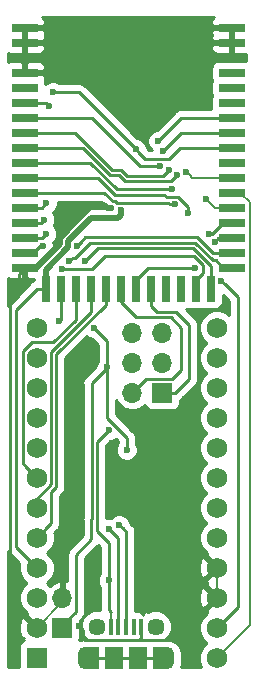
<source format=gbr>
G04 #@! TF.GenerationSoftware,KiCad,Pcbnew,(5.0.0)*
G04 #@! TF.CreationDate,2020-04-23T13:12:55-06:00*
G04 #@! TF.ProjectId,EByte_E73,45427974655F4537332E6B696361645F,rev?*
G04 #@! TF.SameCoordinates,Original*
G04 #@! TF.FileFunction,Copper,L1,Top,Signal*
G04 #@! TF.FilePolarity,Positive*
%FSLAX46Y46*%
G04 Gerber Fmt 4.6, Leading zero omitted, Abs format (unit mm)*
G04 Created by KiCad (PCBNEW (5.0.0)) date 04/23/20 13:12:55*
%MOMM*%
%LPD*%
G01*
G04 APERTURE LIST*
G04 #@! TA.AperFunction,ComponentPad*
%ADD10R,1.752600X1.752600*%
G04 #@! TD*
G04 #@! TA.AperFunction,ComponentPad*
%ADD11C,1.752600*%
G04 #@! TD*
G04 #@! TA.AperFunction,SMDPad,CuDef*
%ADD12R,0.720000X2.200000*%
G04 #@! TD*
G04 #@! TA.AperFunction,SMDPad,CuDef*
%ADD13R,2.200000X0.720000*%
G04 #@! TD*
G04 #@! TA.AperFunction,SMDPad,CuDef*
%ADD14R,1.500000X1.900000*%
G04 #@! TD*
G04 #@! TA.AperFunction,ComponentPad*
%ADD15C,1.450000*%
G04 #@! TD*
G04 #@! TA.AperFunction,SMDPad,CuDef*
%ADD16R,0.400000X1.350000*%
G04 #@! TD*
G04 #@! TA.AperFunction,ComponentPad*
%ADD17O,1.200000X1.900000*%
G04 #@! TD*
G04 #@! TA.AperFunction,SMDPad,CuDef*
%ADD18R,1.200000X1.900000*%
G04 #@! TD*
G04 #@! TA.AperFunction,ComponentPad*
%ADD19R,1.700000X1.700000*%
G04 #@! TD*
G04 #@! TA.AperFunction,ComponentPad*
%ADD20O,1.700000X1.700000*%
G04 #@! TD*
G04 #@! TA.AperFunction,ViaPad*
%ADD21C,0.600000*%
G04 #@! TD*
G04 #@! TA.AperFunction,Conductor*
%ADD22C,0.250000*%
G04 #@! TD*
G04 #@! TA.AperFunction,Conductor*
%ADD23C,0.200000*%
G04 #@! TD*
G04 #@! TA.AperFunction,Conductor*
%ADD24C,0.500000*%
G04 #@! TD*
G04 #@! TA.AperFunction,Conductor*
%ADD25C,0.254000*%
G04 #@! TD*
G04 APERTURE END LIST*
D10*
G04 #@! TO.P,U2,1*
G04 #@! TO.N,Net-(R7-Pad2)*
X101600000Y-152146000D03*
D11*
G04 #@! TO.P,U2,2*
G04 #@! TO.N,GND*
X101600000Y-149606000D03*
G04 #@! TO.P,U2,3*
G04 #@! TO.N,RESET*
X101600000Y-147066000D03*
G04 #@! TO.P,U2,4*
G04 #@! TO.N,VCC*
X101600000Y-144526000D03*
G04 #@! TO.P,U2,5*
G04 #@! TO.N,/P0.05*
X101600000Y-141986000D03*
G04 #@! TO.P,U2,6*
G04 #@! TO.N,/P0.04*
X101600000Y-139446000D03*
G04 #@! TO.P,U2,7*
G04 #@! TO.N,/P0.03*
X101600000Y-136906000D03*
G04 #@! TO.P,U2,8*
G04 #@! TO.N,/P0.02*
X101600000Y-134366000D03*
G04 #@! TO.P,U2,9*
G04 #@! TO.N,SCK*
X101600000Y-131826000D03*
G04 #@! TO.P,U2,10*
G04 #@! TO.N,MISO*
X101600000Y-129286000D03*
G04 #@! TO.P,U2,11*
G04 #@! TO.N,MOSI*
X101600000Y-126746000D03*
G04 #@! TO.P,U2,12*
G04 #@! TO.N,/P0.11*
X101600000Y-124206000D03*
G04 #@! TO.P,U2,24*
G04 #@! TO.N,/P0.16*
X116840000Y-124206000D03*
G04 #@! TO.P,U2,23*
G04 #@! TO.N,/P0.15*
X116840000Y-126746000D03*
G04 #@! TO.P,U2,22*
G04 #@! TO.N,/P0.30*
X116840000Y-129286000D03*
G04 #@! TO.P,U2,21*
G04 #@! TO.N,/P0.29*
X116840000Y-131826000D03*
G04 #@! TO.P,U2,20*
G04 #@! TO.N,/P0.28*
X116840000Y-134366000D03*
G04 #@! TO.P,U2,19*
G04 #@! TO.N,/P0.27*
X116840000Y-136906000D03*
G04 #@! TO.P,U2,18*
G04 #@! TO.N,SCL*
X116840000Y-139446000D03*
G04 #@! TO.P,U2,17*
G04 #@! TO.N,SDA*
X116840000Y-141986000D03*
G04 #@! TO.P,U2,16*
G04 #@! TO.N,GND*
X116840000Y-144526000D03*
G04 #@! TO.P,U2,15*
X116840000Y-147066000D03*
G04 #@! TO.P,U2,14*
G04 #@! TO.N,/P0.07*
X116840000Y-149606000D03*
G04 #@! TO.P,U2,13*
G04 #@! TO.N,SWO*
X116840000Y-152146000D03*
G04 #@! TD*
D12*
G04 #@! TO.P,U1,27*
G04 #@! TO.N,SCK*
X116332000Y-120904000D03*
G04 #@! TO.P,U1,26*
G04 #@! TO.N,/P0.11*
X115062000Y-120904000D03*
G04 #@! TO.P,U1,25*
G04 #@! TO.N,N/C*
X113792000Y-120904000D03*
G04 #@! TO.P,U1,24*
X112522000Y-120904000D03*
G04 #@! TO.P,U1,23*
G04 #@! TO.N,RXD*
X111252000Y-120904000D03*
G04 #@! TO.P,U1,22*
G04 #@! TO.N,/P0.07*
X109982000Y-120904000D03*
G04 #@! TO.P,U1,21*
G04 #@! TO.N,TXD*
X108712000Y-120904000D03*
G04 #@! TO.P,U1,20*
G04 #@! TO.N,/P0.05*
X107442000Y-120904000D03*
G04 #@! TO.P,U1,19*
G04 #@! TO.N,/P0.04*
X106172000Y-120904000D03*
G04 #@! TO.P,U1,18*
G04 #@! TO.N,/P0.03*
X104902000Y-120904000D03*
G04 #@! TO.P,U1,17*
G04 #@! TO.N,/P0.02*
X103632000Y-120904000D03*
G04 #@! TO.P,U1,16*
G04 #@! TO.N,VCC*
X102362000Y-120904000D03*
D13*
G04 #@! TO.P,U1,28*
G04 #@! TO.N,MOSI*
X118110000Y-119126000D03*
G04 #@! TO.P,U1,29*
G04 #@! TO.N,MISO*
X118110000Y-117856000D03*
G04 #@! TO.P,U1,30*
G04 #@! TO.N,/P0.15*
X118110000Y-116586000D03*
G04 #@! TO.P,U1,31*
G04 #@! TO.N,/P0.16*
X118110000Y-115316000D03*
G04 #@! TO.P,U1,32*
G04 #@! TO.N,/LED1*
X118110000Y-114046000D03*
G04 #@! TO.P,U1,33*
G04 #@! TO.N,SWO*
X118110000Y-112776000D03*
G04 #@! TO.P,U1,34*
G04 #@! TO.N,/LED2*
X118110000Y-111506000D03*
G04 #@! TO.P,U1,35*
G04 #@! TO.N,N/C*
X118110000Y-110236000D03*
G04 #@! TO.P,U1,36*
G04 #@! TO.N,RESET*
X118110000Y-108966000D03*
G04 #@! TO.P,U1,37*
G04 #@! TO.N,SWDCLK*
X118110000Y-107696000D03*
G04 #@! TO.P,U1,38*
G04 #@! TO.N,SWDIO*
X118110000Y-106426000D03*
G04 #@! TO.P,U1,39*
G04 #@! TO.N,N/C*
X118110000Y-105156000D03*
G04 #@! TO.P,U1,40*
X118110000Y-103886000D03*
G04 #@! TO.P,U1,41*
X118110000Y-102616000D03*
G04 #@! TO.P,U1,42*
G04 #@! TO.N,GND*
X118110000Y-100076000D03*
G04 #@! TO.P,U1,43*
X118110000Y-98806000D03*
G04 #@! TO.P,U1,0*
X100584000Y-98806000D03*
G04 #@! TO.P,U1,1*
X100584000Y-100076000D03*
G04 #@! TO.P,U1,2*
X100584000Y-102616000D03*
G04 #@! TO.P,U1,3*
G04 #@! TO.N,N/C*
X100584000Y-103886000D03*
G04 #@! TO.P,U1,4*
G04 #@! TO.N,Net-(C4-Pad1)*
X100584000Y-105156000D03*
G04 #@! TO.P,U1,5*
G04 #@! TO.N,SDA*
X100584000Y-106426000D03*
G04 #@! TO.P,U1,6*
G04 #@! TO.N,SCL*
X100584000Y-107696000D03*
G04 #@! TO.P,U1,7*
G04 #@! TO.N,/P0.27*
X100584000Y-108966000D03*
G04 #@! TO.P,U1,8*
G04 #@! TO.N,/P0.28*
X100584000Y-110236000D03*
G04 #@! TO.P,U1,9*
G04 #@! TO.N,/P0.29*
X100584000Y-111506000D03*
G04 #@! TO.P,U1,10*
G04 #@! TO.N,/P0.30*
X100584000Y-112776000D03*
G04 #@! TO.P,U1,11*
G04 #@! TO.N,/P0.31*
X100584000Y-114046000D03*
G04 #@! TO.P,U1,12*
G04 #@! TO.N,Net-(C1-Pad1)*
X100584000Y-115316000D03*
G04 #@! TO.P,U1,13*
G04 #@! TO.N,Net-(L1-Pad2)*
X100584000Y-116586000D03*
G04 #@! TO.P,U1,14*
G04 #@! TO.N,Net-(C2-Pad1)*
X100584000Y-117856000D03*
G04 #@! TO.P,U1,15*
G04 #@! TO.N,GND*
X100584000Y-119126000D03*
G04 #@! TD*
D14*
G04 #@! TO.P,J1,6*
G04 #@! TO.N,Net-(J1-Pad6)*
X110169200Y-152208980D03*
D15*
X106669200Y-149508980D03*
D16*
G04 #@! TO.P,J1,2*
G04 #@! TO.N,/Data-*
X108519200Y-149508980D03*
G04 #@! TO.P,J1,1*
G04 #@! TO.N,/VBus*
X107869200Y-149508980D03*
G04 #@! TO.P,J1,5*
G04 #@! TO.N,GND*
X110469200Y-149508980D03*
G04 #@! TO.P,J1,4*
G04 #@! TO.N,N/C*
X109819200Y-149508980D03*
G04 #@! TO.P,J1,3*
G04 #@! TO.N,/Data+*
X109169200Y-149508980D03*
D15*
G04 #@! TO.P,J1,6*
G04 #@! TO.N,Net-(J1-Pad6)*
X111669200Y-149508980D03*
D14*
X108169200Y-152208980D03*
D17*
X105669200Y-152208980D03*
X112669200Y-152208980D03*
D18*
X112069200Y-152208980D03*
X106269200Y-152208980D03*
G04 #@! TD*
D19*
G04 #@! TO.P,J3,1*
G04 #@! TO.N,/VBatt*
X103759000Y-149606000D03*
D20*
G04 #@! TO.P,J3,2*
G04 #@! TO.N,GND*
X103759000Y-147066000D03*
G04 #@! TD*
D19*
G04 #@! TO.P,J2,1*
G04 #@! TO.N,RXD*
X112229900Y-129715260D03*
D20*
G04 #@! TO.P,J2,2*
G04 #@! TO.N,TXD*
X109689900Y-129715260D03*
G04 #@! TO.P,J2,3*
G04 #@! TO.N,VCC*
X112229900Y-127175260D03*
G04 #@! TO.P,J2,4*
G04 #@! TO.N,GND*
X109689900Y-127175260D03*
G04 #@! TO.P,J2,5*
G04 #@! TO.N,SWDCLK*
X112229900Y-124635260D03*
G04 #@! TO.P,J2,6*
G04 #@! TO.N,SWDIO*
X109689900Y-124635260D03*
G04 #@! TD*
D21*
G04 #@! TO.N,GND*
X101036120Y-120291860D03*
X103124000Y-100076000D03*
X102362000Y-100076000D03*
X109474000Y-100076000D03*
X116078000Y-100076000D03*
X116078000Y-98806000D03*
X109474000Y-98806000D03*
X103124000Y-98806000D03*
X102362000Y-98806000D03*
X105219500Y-149479000D03*
X105156000Y-138620500D03*
X107886504Y-114109500D03*
X103124000Y-102743000D03*
G04 #@! TO.N,Net-(C1-Pad1)*
X102235000Y-115062000D03*
G04 #@! TO.N,Net-(C2-Pad1)*
X102144164Y-117310340D03*
G04 #@! TO.N,VCC*
X108775500Y-114236500D03*
G04 #@! TO.N,SWDIO*
X111887000Y-108394500D03*
G04 #@! TO.N,RESET*
X109982000Y-109093000D03*
X102997000Y-104267000D03*
G04 #@! TO.N,SWDCLK*
X112268000Y-109283500D03*
G04 #@! TO.N,Net-(L1-Pad2)*
X102402640Y-116265960D03*
G04 #@! TO.N,SCK*
X105671708Y-118579336D03*
G04 #@! TO.N,/P0.11*
X103740379Y-119196281D03*
G04 #@! TO.N,/P0.02*
X103525320Y-123639580D03*
G04 #@! TO.N,MOSI*
X104365728Y-118588588D03*
G04 #@! TO.N,MISO*
X105008691Y-117248951D03*
G04 #@! TO.N,/P0.15*
X116682210Y-116926346D03*
G04 #@! TO.N,/P0.16*
X116220410Y-116273078D03*
G04 #@! TO.N,SDA*
X112005795Y-110533512D03*
G04 #@! TO.N,SCL*
X112760760Y-110881160D03*
G04 #@! TO.N,/P0.27*
X113473708Y-111302678D03*
G04 #@! TO.N,/P0.28*
X113046387Y-112501842D03*
G04 #@! TO.N,/P0.29*
X114438623Y-114513360D03*
G04 #@! TO.N,/P0.30*
X113286055Y-113772011D03*
G04 #@! TO.N,/P0.07*
X117224186Y-120241060D03*
X115008660Y-119156480D03*
G04 #@! TO.N,Net-(C4-Pad1)*
X102616000Y-105410000D03*
G04 #@! TO.N,/Data-*
X107693449Y-141221449D03*
G04 #@! TO.N,/VBus*
X107696002Y-145605500D03*
X107696000Y-132905500D03*
G04 #@! TO.N,/Data+*
X108585000Y-140906498D03*
G04 #@! TO.N,/VBatt*
X109220000Y-134556500D03*
X107569000Y-127571500D03*
X106426000Y-124206000D03*
G04 #@! TO.N,/P0.31*
X102425500Y-113665000D03*
G04 #@! TO.N,/LED2*
X114236500Y-110998000D03*
G04 #@! TO.N,/LED1*
X115951000Y-113284000D03*
G04 #@! TD*
D22*
G04 #@! TO.N,GND*
X100584000Y-119126000D02*
X100584000Y-119839740D01*
X100584000Y-119839740D02*
X101036120Y-120291860D01*
X116746020Y-144432020D02*
X116840000Y-144526000D01*
X116467500Y-144153500D02*
X116840000Y-144526000D01*
X100584000Y-100076000D02*
X102362000Y-100076000D01*
X109474000Y-100076000D02*
X103124000Y-100076000D01*
X118110000Y-100076000D02*
X116078000Y-100076000D01*
X116078000Y-98806000D02*
X118110000Y-98806000D01*
X103124000Y-98806000D02*
X109474000Y-98806000D01*
X100584000Y-98806000D02*
X102362000Y-98806000D01*
X100584000Y-100076000D02*
X100584000Y-102616000D01*
X100584000Y-98806000D02*
X100584000Y-100076000D01*
X118110000Y-100076000D02*
X118110000Y-98806000D01*
X117370000Y-100076000D02*
X118110000Y-100076000D01*
D23*
X116395500Y-144081500D02*
X116840000Y-144526000D01*
X116840000Y-147066000D02*
X116840000Y-145826725D01*
X116840000Y-145826725D02*
X116840000Y-144526000D01*
D22*
X110469200Y-150433980D02*
X110469200Y-149508980D01*
X110281180Y-150622000D02*
X110469200Y-150433980D01*
X110469200Y-149508980D02*
X110469200Y-149172140D01*
X113284000Y-150622000D02*
X116840000Y-147066000D01*
X110281180Y-150622000D02*
X113284000Y-150622000D01*
D23*
X109689900Y-127800100D02*
X109689900Y-127175260D01*
X103759000Y-147447000D02*
X103759000Y-147066000D01*
X101600000Y-149606000D02*
X103759000Y-147447000D01*
D22*
X100584000Y-119126000D02*
X100076000Y-119634000D01*
X99314000Y-122174000D02*
X99314000Y-147320000D01*
X100076000Y-121412000D02*
X99314000Y-122174000D01*
X100076000Y-119634000D02*
X100076000Y-121412000D01*
X99314000Y-147320000D02*
X101600000Y-149606000D01*
D23*
X103949500Y-147066000D02*
X103759000Y-147066000D01*
D22*
X105727500Y-150622000D02*
X110281180Y-150622000D01*
X105537000Y-150431500D02*
X105727500Y-150622000D01*
X105219500Y-149479000D02*
X105537000Y-149796500D01*
X105537000Y-149796500D02*
X105537000Y-150431500D01*
X103759000Y-147066000D02*
X103759000Y-140017500D01*
X103759000Y-140017500D02*
X105156000Y-138620500D01*
D24*
X101539040Y-119126000D02*
X103545640Y-117119400D01*
X100584000Y-119126000D02*
X101539040Y-119126000D01*
X107525736Y-114109500D02*
X107886504Y-114109500D01*
X103545640Y-117119400D02*
X103545640Y-116574078D01*
X106807000Y-113855500D02*
X107271736Y-113855500D01*
X107271736Y-113855500D02*
X107525736Y-114109500D01*
X103545640Y-116574078D02*
X106264218Y-113855500D01*
X106264218Y-113855500D02*
X106807000Y-113855500D01*
D22*
X100584000Y-102616000D02*
X102997000Y-102616000D01*
X102997000Y-102616000D02*
X103124000Y-102743000D01*
G04 #@! TO.N,Net-(C1-Pad1)*
X100584000Y-115316000D02*
X101324000Y-115316000D01*
X101981000Y-115316000D02*
X102235000Y-115062000D01*
X100584000Y-115316000D02*
X101981000Y-115316000D01*
G04 #@! TO.N,Net-(C2-Pad1)*
X100584000Y-117856000D02*
X101324000Y-117856000D01*
X101934000Y-117246000D02*
X102079824Y-117246000D01*
X101324000Y-117856000D02*
X101934000Y-117246000D01*
X102079824Y-117246000D02*
X102144164Y-117310340D01*
G04 #@! TO.N,VCC*
X102362000Y-120904000D02*
X102362000Y-120164000D01*
X101854000Y-120904000D02*
X102362000Y-120904000D01*
X101600000Y-120904000D02*
X101854000Y-120904000D01*
X101600000Y-144526000D02*
X99822000Y-142748000D01*
X99822000Y-122682000D02*
X101600000Y-120904000D01*
X99822000Y-142748000D02*
X99822000Y-122682000D01*
D24*
X108775500Y-114660764D02*
X108775500Y-114236500D01*
X108513263Y-114923001D02*
X108775500Y-114660764D01*
X102362000Y-120904000D02*
X102362000Y-119293005D01*
X104245651Y-116881586D02*
X106204236Y-114923001D01*
X104245651Y-117409354D02*
X104245651Y-116881586D01*
X106204236Y-114923001D02*
X108513263Y-114923001D01*
X102362000Y-119293005D02*
X104245651Y-117409354D01*
D22*
G04 #@! TO.N,SWDIO*
X113855500Y-106426000D02*
X118110000Y-106426000D01*
X111887000Y-108394500D02*
X113855500Y-106426000D01*
D23*
G04 #@! TO.N,RESET*
X101926000Y-146740000D02*
X101600000Y-147066000D01*
D22*
X110281999Y-109392999D02*
X109982000Y-109093000D01*
X112758502Y-109908502D02*
X110797502Y-109908502D01*
X113701004Y-108966000D02*
X112758502Y-109908502D01*
X110797502Y-109908502D02*
X110281999Y-109392999D01*
X118110000Y-108966000D02*
X113701004Y-108966000D01*
X109982000Y-109093000D02*
X105156000Y-104267000D01*
X105156000Y-104267000D02*
X102997000Y-104267000D01*
G04 #@! TO.N,SWDCLK*
X118110000Y-107696000D02*
X113855500Y-107696000D01*
X112567999Y-108983501D02*
X112268000Y-109283500D01*
X113855500Y-107696000D02*
X112567999Y-108983501D01*
G04 #@! TO.N,Net-(L1-Pad2)*
X100584000Y-116586000D02*
X102082600Y-116586000D01*
X102082600Y-116586000D02*
X102402640Y-116265960D01*
X100584000Y-116586000D02*
X101324000Y-116586000D01*
G04 #@! TO.N,SCK*
X116332000Y-120904000D02*
X116332000Y-121644000D01*
X116332000Y-120904000D02*
X116332000Y-118946347D01*
X105971707Y-118279337D02*
X105671708Y-118579336D01*
X106802001Y-117449043D02*
X105971707Y-118279337D01*
X116332000Y-118946347D02*
X114834696Y-117449043D01*
X114834696Y-117449043D02*
X106802001Y-117449043D01*
G04 #@! TO.N,/P0.11*
X104164643Y-119196281D02*
X103740379Y-119196281D01*
X115672000Y-118922758D02*
X114887182Y-118137940D01*
X115672000Y-119554000D02*
X115672000Y-118922758D01*
X115062000Y-120904000D02*
X115062000Y-120164000D01*
X106311981Y-119225221D02*
X104193583Y-119225221D01*
X114887182Y-118137940D02*
X107399262Y-118137940D01*
X104193583Y-119225221D02*
X104164643Y-119196281D01*
X115062000Y-120164000D02*
X115672000Y-119554000D01*
X107399262Y-118137940D02*
X106311981Y-119225221D01*
X115062000Y-120904000D02*
X115062000Y-121644000D01*
G04 #@! TO.N,RXD*
X111188500Y-121580500D02*
X111252000Y-121644000D01*
X111252000Y-120904000D02*
X111188500Y-120967500D01*
X111188500Y-120967500D02*
X111188500Y-121580500D01*
X113329900Y-129715260D02*
X112229900Y-129715260D01*
X114490500Y-128554660D02*
X113329900Y-129715260D01*
X114490500Y-123952000D02*
X114490500Y-128554660D01*
X111252000Y-120904000D02*
X111442500Y-120904000D01*
X111252000Y-121094500D02*
X111252000Y-122364500D01*
X111252000Y-122364500D02*
X111760000Y-122872500D01*
X111442500Y-120904000D02*
X111252000Y-121094500D01*
X111760000Y-122872500D02*
X113411000Y-122872500D01*
X113411000Y-122872500D02*
X114490500Y-123952000D01*
G04 #@! TO.N,TXD*
X108712000Y-120904000D02*
X108712000Y-121644000D01*
X108712000Y-120904000D02*
X108712000Y-120164000D01*
X108712000Y-122047000D02*
X108712000Y-120904000D01*
X109987510Y-123322510D02*
X108712000Y-122047000D01*
X110864901Y-128540259D02*
X113077241Y-128540259D01*
X109689900Y-129715260D02*
X110864901Y-128540259D01*
X113077241Y-128540259D02*
X113855500Y-127762000D01*
X113855500Y-127762000D02*
X113855500Y-124206000D01*
X113855500Y-124206000D02*
X112972010Y-123322510D01*
X112972010Y-123322510D02*
X109987510Y-123322510D01*
G04 #@! TO.N,/P0.05*
X102476299Y-141109701D02*
X101600000Y-141986000D01*
X102809978Y-138110359D02*
X102809978Y-140776022D01*
X107442000Y-122254000D02*
X103251312Y-126444688D01*
X102809978Y-140776022D02*
X102476299Y-141109701D01*
X103251312Y-126444688D02*
X103251312Y-137669025D01*
X103251312Y-137669025D02*
X102809978Y-138110359D01*
X107442000Y-120904000D02*
X107442000Y-122254000D01*
G04 #@! TO.N,/P0.04*
X106172000Y-120904000D02*
X106172000Y-122887589D01*
X106172000Y-122887589D02*
X102801301Y-126258288D01*
X102801301Y-126258288D02*
X102801301Y-137482625D01*
X101600000Y-138683926D02*
X101600000Y-139446000D01*
X102801301Y-137482625D02*
X101600000Y-138683926D01*
G04 #@! TO.N,/P0.03*
X104902000Y-120904000D02*
X104902000Y-123521178D01*
X100723701Y-136029701D02*
X101600000Y-136906000D01*
X104902000Y-123521178D02*
X103015877Y-125407301D01*
X100398699Y-135704699D02*
X100723701Y-136029701D01*
X103015877Y-125407301D02*
X101160773Y-125407301D01*
X101160773Y-125407301D02*
X100398699Y-126169375D01*
X100398699Y-126169375D02*
X100398699Y-135704699D01*
G04 #@! TO.N,/P0.02*
X103632000Y-120904000D02*
X103632000Y-123532900D01*
X103632000Y-123532900D02*
X103525320Y-123639580D01*
X103632000Y-120904000D02*
X103632000Y-121644000D01*
G04 #@! TO.N,MOSI*
X106142508Y-116999032D02*
X104852951Y-118288589D01*
X104852951Y-118288589D02*
X104665727Y-118288589D01*
X117370000Y-119126000D02*
X116760000Y-118516000D01*
X116538065Y-118516000D02*
X115021097Y-116999032D01*
X104665727Y-118288589D02*
X104365728Y-118588588D01*
X118110000Y-119126000D02*
X117370000Y-119126000D01*
X116760000Y-118516000D02*
X116538065Y-118516000D01*
X115021097Y-116999032D02*
X106142508Y-116999032D01*
G04 #@! TO.N,MISO*
X101600000Y-129286000D02*
X102011480Y-128874520D01*
X105708616Y-116549026D02*
X105308690Y-116948952D01*
X105308690Y-116948952D02*
X105008691Y-117248951D01*
X116514475Y-117856000D02*
X115207501Y-116549026D01*
X115207501Y-116549026D02*
X105708616Y-116549026D01*
X118110000Y-117856000D02*
X116514475Y-117856000D01*
G04 #@! TO.N,/P0.15*
X117022556Y-116586000D02*
X116982209Y-116626347D01*
X116982209Y-116626347D02*
X116682210Y-116926346D01*
X118110000Y-116586000D02*
X117022556Y-116586000D01*
G04 #@! TO.N,/P0.16*
X116412922Y-116273078D02*
X116220410Y-116273078D01*
X118110000Y-115316000D02*
X117370000Y-115316000D01*
X117370000Y-115316000D02*
X116412922Y-116273078D01*
G04 #@! TO.N,SDA*
X110370510Y-110533512D02*
X111581531Y-110533512D01*
X100584000Y-106426000D02*
X106262998Y-106426000D01*
X111581531Y-110533512D02*
X112005795Y-110533512D01*
X106262998Y-106426000D02*
X110370510Y-110533512D01*
G04 #@! TO.N,SCL*
X112299141Y-111342779D02*
X112460761Y-111181159D01*
X112460761Y-111181159D02*
X112760760Y-110881160D01*
X107979799Y-110814034D02*
X108751685Y-110814034D01*
X109280430Y-111342779D02*
X112299141Y-111342779D01*
X108751685Y-110814034D02*
X109280430Y-111342779D01*
X100584000Y-107696000D02*
X104861765Y-107696000D01*
X104861765Y-107696000D02*
X107979799Y-110814034D01*
G04 #@! TO.N,/P0.27*
X100584000Y-108966000D02*
X105495354Y-108966000D01*
X113173709Y-111602677D02*
X113473708Y-111302678D01*
X112983596Y-111792790D02*
X113173709Y-111602677D01*
X108565285Y-111264045D02*
X109094030Y-111792790D01*
X107793399Y-111264045D02*
X108565285Y-111264045D01*
X109094030Y-111792790D02*
X112983596Y-111792790D01*
X105495354Y-108966000D02*
X107793399Y-111264045D01*
G04 #@! TO.N,/P0.28*
X106128943Y-110236000D02*
X108373334Y-112480391D01*
X112622123Y-112501842D02*
X113046387Y-112501842D01*
X108373334Y-112480391D02*
X112600672Y-112480391D01*
X100584000Y-110236000D02*
X106128943Y-110236000D01*
X112600672Y-112480391D02*
X112622123Y-112501842D01*
G04 #@! TO.N,/P0.29*
X106762533Y-111506000D02*
X108186934Y-112930401D01*
X114438623Y-113999575D02*
X114438623Y-114089096D01*
X112386400Y-112930402D02*
X112603007Y-113147009D01*
X100584000Y-111506000D02*
X106762533Y-111506000D01*
X114438623Y-114089096D02*
X114438623Y-114513360D01*
X113586057Y-113147009D02*
X114438623Y-113999575D01*
X112603007Y-113147009D02*
X113586057Y-113147009D01*
X108186934Y-112930401D02*
X112386400Y-112930402D01*
G04 #@! TO.N,/P0.30*
X107322500Y-112776000D02*
X108030999Y-113484499D01*
X108377001Y-113611499D02*
X112701279Y-113611499D01*
X112701279Y-113611499D02*
X112861791Y-113772011D01*
X108250001Y-113484499D02*
X108377001Y-113611499D01*
X112861791Y-113772011D02*
X113286055Y-113772011D01*
X100584000Y-112776000D02*
X107322500Y-112776000D01*
X108030999Y-113484499D02*
X108250001Y-113484499D01*
G04 #@! TO.N,/P0.07*
X117524185Y-120541059D02*
X117224186Y-120241060D01*
X118629989Y-121646863D02*
X117524185Y-120541059D01*
X116840000Y-149606000D02*
X118629989Y-147816011D01*
X118629989Y-147816011D02*
X118629989Y-121646863D01*
X114584396Y-119156480D02*
X115008660Y-119156480D01*
X109982000Y-120164000D02*
X110989520Y-119156480D01*
X109982000Y-120904000D02*
X109982000Y-120164000D01*
X110989520Y-119156480D02*
X114584396Y-119156480D01*
G04 #@! TO.N,Net-(C4-Pad1)*
X100584000Y-105156000D02*
X101975920Y-105156000D01*
X101975920Y-105156000D02*
X102362000Y-105156000D01*
X102362000Y-105156000D02*
X102616000Y-105410000D01*
G04 #@! TO.N,Net-(J1-Pad6)*
X112069200Y-149908980D02*
X111669200Y-149508980D01*
X110169200Y-152208980D02*
X112669200Y-152208980D01*
X108169200Y-152208980D02*
X110169200Y-152208980D01*
X108169200Y-152208980D02*
X105669200Y-152208980D01*
D23*
G04 #@! TO.N,/Data-*
X108566121Y-149462059D02*
X108519200Y-149508980D01*
X108519200Y-149508980D02*
X108519200Y-148481185D01*
D22*
X108519200Y-148272500D02*
X108519200Y-149508980D01*
X108519200Y-148481185D02*
X108519200Y-148272500D01*
X108519200Y-148272500D02*
X108519200Y-142047200D01*
X107993448Y-141521448D02*
X107693449Y-141221449D01*
X108519200Y-142047200D02*
X107993448Y-141521448D01*
G04 #@! TO.N,/VBus*
X107869200Y-149508980D02*
X107869200Y-149033980D01*
D23*
X107869200Y-149508980D02*
X107869200Y-148258302D01*
D22*
X107869200Y-148258302D02*
X107696002Y-148085104D01*
X107696002Y-146029764D02*
X107696002Y-145605500D01*
X107696002Y-148085104D02*
X107696002Y-146029764D01*
X107696002Y-145605500D02*
X107696002Y-142430502D01*
X107696002Y-142430502D02*
X106689999Y-141424499D01*
X106689999Y-133911501D02*
X107696000Y-132905500D01*
X106689999Y-141424499D02*
X106689999Y-133911501D01*
D23*
G04 #@! TO.N,/Data+*
X109169200Y-148793187D02*
X109169200Y-149508980D01*
D22*
X109169200Y-149508980D02*
X109169200Y-141490698D01*
X108884999Y-141206497D02*
X108585000Y-140906498D01*
X109169200Y-141490698D02*
X108884999Y-141206497D01*
G04 #@! TO.N,/VBatt*
X107569000Y-131853498D02*
X107569000Y-127571500D01*
X109220000Y-134556500D02*
X109220000Y-133504498D01*
X109220000Y-133504498D02*
X107569000Y-131853498D01*
X107269001Y-127871499D02*
X107569000Y-127571500D01*
X106239989Y-128900511D02*
X107269001Y-127871499D01*
X106239989Y-140394011D02*
X106239989Y-128900511D01*
X103759000Y-149415500D02*
X104934001Y-148240499D01*
X104934001Y-148240499D02*
X104934001Y-143414499D01*
X103759000Y-149606000D02*
X103759000Y-149415500D01*
X104934001Y-143414499D02*
X106235500Y-142113000D01*
X106235500Y-142113000D02*
X106235500Y-140398500D01*
X106235500Y-140398500D02*
X106239989Y-140394011D01*
X107569000Y-127571500D02*
X107569000Y-125349000D01*
X107569000Y-125349000D02*
X106426000Y-124206000D01*
G04 #@! TO.N,/P0.31*
X100584000Y-114046000D02*
X102044500Y-114046000D01*
X102044500Y-114046000D02*
X102425500Y-113665000D01*
D23*
G04 #@! TO.N,SWO*
X119634000Y-149352000D02*
X116840000Y-152146000D01*
X119634000Y-113569998D02*
X119634000Y-149352000D01*
X118110000Y-112776000D02*
X118840002Y-112776000D01*
X118840002Y-112776000D02*
X119634000Y-113569998D01*
G04 #@! TO.N,/LED2*
X114536499Y-111297999D02*
X114236500Y-110998000D01*
X114744500Y-111506000D02*
X114536499Y-111297999D01*
X118110000Y-111506000D02*
X114744500Y-111506000D01*
D22*
G04 #@! TO.N,/LED1*
X118110000Y-114046000D02*
X118926000Y-114046000D01*
D23*
X118110000Y-114046000D02*
X116713000Y-114046000D01*
X116713000Y-114046000D02*
X115951000Y-113284000D01*
G04 #@! TD*
D25*
G04 #@! TO.N,GND*
G36*
X117869990Y-121961666D02*
X117869990Y-123098689D01*
X117696083Y-122924782D01*
X117140616Y-122694700D01*
X116539384Y-122694700D01*
X115983917Y-122924782D01*
X115558782Y-123349917D01*
X115328700Y-123905384D01*
X115328700Y-124506616D01*
X115558782Y-125062083D01*
X115972699Y-125476000D01*
X115558782Y-125889917D01*
X115328700Y-126445384D01*
X115328700Y-127046616D01*
X115558782Y-127602083D01*
X115972699Y-128016000D01*
X115558782Y-128429917D01*
X115328700Y-128985384D01*
X115328700Y-129586616D01*
X115558782Y-130142083D01*
X115972699Y-130556000D01*
X115558782Y-130969917D01*
X115328700Y-131525384D01*
X115328700Y-132126616D01*
X115558782Y-132682083D01*
X115972699Y-133096000D01*
X115558782Y-133509917D01*
X115328700Y-134065384D01*
X115328700Y-134666616D01*
X115558782Y-135222083D01*
X115972699Y-135636000D01*
X115558782Y-136049917D01*
X115328700Y-136605384D01*
X115328700Y-137206616D01*
X115558782Y-137762083D01*
X115972699Y-138176000D01*
X115558782Y-138589917D01*
X115328700Y-139145384D01*
X115328700Y-139746616D01*
X115558782Y-140302083D01*
X115972699Y-140716000D01*
X115558782Y-141129917D01*
X115328700Y-141685384D01*
X115328700Y-142286616D01*
X115558782Y-142842083D01*
X115983917Y-143267218D01*
X116016520Y-143280722D01*
X115956604Y-143462999D01*
X116840000Y-144346395D01*
X116854143Y-144332253D01*
X117033748Y-144511858D01*
X117019605Y-144526000D01*
X117033748Y-144540143D01*
X116854143Y-144719748D01*
X116840000Y-144705605D01*
X115956604Y-145589001D01*
X116024646Y-145796000D01*
X115956604Y-146002999D01*
X116840000Y-146886395D01*
X116854143Y-146872253D01*
X117033748Y-147051858D01*
X117019605Y-147066000D01*
X117033748Y-147080143D01*
X116854143Y-147259748D01*
X116840000Y-147245605D01*
X115956604Y-148129001D01*
X116016520Y-148311278D01*
X115983917Y-148324782D01*
X115558782Y-148749917D01*
X115328700Y-149305384D01*
X115328700Y-149906616D01*
X115558782Y-150462083D01*
X115972699Y-150876000D01*
X115558782Y-151289917D01*
X115328700Y-151845384D01*
X115328700Y-152446616D01*
X115541351Y-152960000D01*
X113848627Y-152960000D01*
X113904200Y-152680615D01*
X113904200Y-151737344D01*
X113832544Y-151377107D01*
X113559585Y-150968595D01*
X113151072Y-150695636D01*
X112669200Y-150599785D01*
X112610104Y-150611540D01*
X112489970Y-150611540D01*
X112822152Y-150279358D01*
X113029200Y-149779501D01*
X113029200Y-149238459D01*
X112822152Y-148738602D01*
X112439578Y-148356028D01*
X111939721Y-148148980D01*
X111398679Y-148148980D01*
X111033491Y-148300246D01*
X111028898Y-148295653D01*
X110795509Y-148198980D01*
X110727950Y-148198980D01*
X110569200Y-148357730D01*
X110569200Y-148514144D01*
X110477009Y-148376171D01*
X110266965Y-148235823D01*
X110242408Y-148230938D01*
X110210450Y-148198980D01*
X110142891Y-148198980D01*
X110123053Y-148207197D01*
X110019200Y-148186540D01*
X109929200Y-148186540D01*
X109929200Y-146830997D01*
X115317118Y-146830997D01*
X115343109Y-147431668D01*
X115522973Y-147865896D01*
X115776999Y-147949396D01*
X116660395Y-147066000D01*
X115776999Y-146182604D01*
X115522973Y-146266104D01*
X115317118Y-146830997D01*
X109929200Y-146830997D01*
X109929200Y-144290997D01*
X115317118Y-144290997D01*
X115343109Y-144891668D01*
X115522973Y-145325896D01*
X115776999Y-145409396D01*
X116660395Y-144526000D01*
X115776999Y-143642604D01*
X115522973Y-143726104D01*
X115317118Y-144290997D01*
X109929200Y-144290997D01*
X109929200Y-141565545D01*
X109944088Y-141490698D01*
X109929200Y-141415851D01*
X109929200Y-141415846D01*
X109885104Y-141194161D01*
X109717129Y-140942769D01*
X109653670Y-140900367D01*
X109520000Y-140766697D01*
X109520000Y-140720515D01*
X109377655Y-140376863D01*
X109114635Y-140113843D01*
X108770983Y-139971498D01*
X108399017Y-139971498D01*
X108055365Y-140113843D01*
X107881785Y-140287423D01*
X107879432Y-140286449D01*
X107507466Y-140286449D01*
X107449999Y-140310253D01*
X107449999Y-134226302D01*
X107835802Y-133840500D01*
X107881983Y-133840500D01*
X108225635Y-133698155D01*
X108282245Y-133641545D01*
X108460001Y-133819301D01*
X108460001Y-133994209D01*
X108427345Y-134026865D01*
X108285000Y-134370517D01*
X108285000Y-134742483D01*
X108427345Y-135086135D01*
X108690365Y-135349155D01*
X109034017Y-135491500D01*
X109405983Y-135491500D01*
X109749635Y-135349155D01*
X110012655Y-135086135D01*
X110155000Y-134742483D01*
X110155000Y-134370517D01*
X110012655Y-134026865D01*
X109980000Y-133994210D01*
X109980000Y-133579346D01*
X109994888Y-133504498D01*
X109980000Y-133429650D01*
X109980000Y-133429646D01*
X109935904Y-133207961D01*
X109767929Y-132956569D01*
X109704473Y-132914169D01*
X108329000Y-131538697D01*
X108329000Y-130351458D01*
X108619275Y-130785885D01*
X109110482Y-131114099D01*
X109543644Y-131200260D01*
X109836156Y-131200260D01*
X110269318Y-131114099D01*
X110760525Y-130785885D01*
X110772716Y-130767641D01*
X110781743Y-130813025D01*
X110922091Y-131023069D01*
X111132135Y-131163417D01*
X111379900Y-131212700D01*
X113079900Y-131212700D01*
X113327665Y-131163417D01*
X113537709Y-131023069D01*
X113678057Y-130813025D01*
X113727340Y-130565260D01*
X113727340Y-130363743D01*
X113877829Y-130263189D01*
X113920231Y-130199730D01*
X114974973Y-129144989D01*
X115038429Y-129102589D01*
X115206404Y-128851197D01*
X115250500Y-128629512D01*
X115250500Y-128629508D01*
X115265388Y-128554661D01*
X115250500Y-128479814D01*
X115250500Y-124026848D01*
X115265388Y-123952000D01*
X115250500Y-123877152D01*
X115250500Y-123877148D01*
X115206404Y-123655463D01*
X115038429Y-123404071D01*
X114974973Y-123361671D01*
X114246036Y-122632735D01*
X114399765Y-122602157D01*
X114427000Y-122583959D01*
X114454235Y-122602157D01*
X114702000Y-122651440D01*
X115422000Y-122651440D01*
X115669765Y-122602157D01*
X115697000Y-122583959D01*
X115724235Y-122602157D01*
X115972000Y-122651440D01*
X116692000Y-122651440D01*
X116939765Y-122602157D01*
X117149809Y-122461809D01*
X117290157Y-122251765D01*
X117339440Y-122004000D01*
X117339440Y-121431115D01*
X117869990Y-121961666D01*
X117869990Y-121961666D01*
G37*
X117869990Y-121961666D02*
X117869990Y-123098689D01*
X117696083Y-122924782D01*
X117140616Y-122694700D01*
X116539384Y-122694700D01*
X115983917Y-122924782D01*
X115558782Y-123349917D01*
X115328700Y-123905384D01*
X115328700Y-124506616D01*
X115558782Y-125062083D01*
X115972699Y-125476000D01*
X115558782Y-125889917D01*
X115328700Y-126445384D01*
X115328700Y-127046616D01*
X115558782Y-127602083D01*
X115972699Y-128016000D01*
X115558782Y-128429917D01*
X115328700Y-128985384D01*
X115328700Y-129586616D01*
X115558782Y-130142083D01*
X115972699Y-130556000D01*
X115558782Y-130969917D01*
X115328700Y-131525384D01*
X115328700Y-132126616D01*
X115558782Y-132682083D01*
X115972699Y-133096000D01*
X115558782Y-133509917D01*
X115328700Y-134065384D01*
X115328700Y-134666616D01*
X115558782Y-135222083D01*
X115972699Y-135636000D01*
X115558782Y-136049917D01*
X115328700Y-136605384D01*
X115328700Y-137206616D01*
X115558782Y-137762083D01*
X115972699Y-138176000D01*
X115558782Y-138589917D01*
X115328700Y-139145384D01*
X115328700Y-139746616D01*
X115558782Y-140302083D01*
X115972699Y-140716000D01*
X115558782Y-141129917D01*
X115328700Y-141685384D01*
X115328700Y-142286616D01*
X115558782Y-142842083D01*
X115983917Y-143267218D01*
X116016520Y-143280722D01*
X115956604Y-143462999D01*
X116840000Y-144346395D01*
X116854143Y-144332253D01*
X117033748Y-144511858D01*
X117019605Y-144526000D01*
X117033748Y-144540143D01*
X116854143Y-144719748D01*
X116840000Y-144705605D01*
X115956604Y-145589001D01*
X116024646Y-145796000D01*
X115956604Y-146002999D01*
X116840000Y-146886395D01*
X116854143Y-146872253D01*
X117033748Y-147051858D01*
X117019605Y-147066000D01*
X117033748Y-147080143D01*
X116854143Y-147259748D01*
X116840000Y-147245605D01*
X115956604Y-148129001D01*
X116016520Y-148311278D01*
X115983917Y-148324782D01*
X115558782Y-148749917D01*
X115328700Y-149305384D01*
X115328700Y-149906616D01*
X115558782Y-150462083D01*
X115972699Y-150876000D01*
X115558782Y-151289917D01*
X115328700Y-151845384D01*
X115328700Y-152446616D01*
X115541351Y-152960000D01*
X113848627Y-152960000D01*
X113904200Y-152680615D01*
X113904200Y-151737344D01*
X113832544Y-151377107D01*
X113559585Y-150968595D01*
X113151072Y-150695636D01*
X112669200Y-150599785D01*
X112610104Y-150611540D01*
X112489970Y-150611540D01*
X112822152Y-150279358D01*
X113029200Y-149779501D01*
X113029200Y-149238459D01*
X112822152Y-148738602D01*
X112439578Y-148356028D01*
X111939721Y-148148980D01*
X111398679Y-148148980D01*
X111033491Y-148300246D01*
X111028898Y-148295653D01*
X110795509Y-148198980D01*
X110727950Y-148198980D01*
X110569200Y-148357730D01*
X110569200Y-148514144D01*
X110477009Y-148376171D01*
X110266965Y-148235823D01*
X110242408Y-148230938D01*
X110210450Y-148198980D01*
X110142891Y-148198980D01*
X110123053Y-148207197D01*
X110019200Y-148186540D01*
X109929200Y-148186540D01*
X109929200Y-146830997D01*
X115317118Y-146830997D01*
X115343109Y-147431668D01*
X115522973Y-147865896D01*
X115776999Y-147949396D01*
X116660395Y-147066000D01*
X115776999Y-146182604D01*
X115522973Y-146266104D01*
X115317118Y-146830997D01*
X109929200Y-146830997D01*
X109929200Y-144290997D01*
X115317118Y-144290997D01*
X115343109Y-144891668D01*
X115522973Y-145325896D01*
X115776999Y-145409396D01*
X116660395Y-144526000D01*
X115776999Y-143642604D01*
X115522973Y-143726104D01*
X115317118Y-144290997D01*
X109929200Y-144290997D01*
X109929200Y-141565545D01*
X109944088Y-141490698D01*
X109929200Y-141415851D01*
X109929200Y-141415846D01*
X109885104Y-141194161D01*
X109717129Y-140942769D01*
X109653670Y-140900367D01*
X109520000Y-140766697D01*
X109520000Y-140720515D01*
X109377655Y-140376863D01*
X109114635Y-140113843D01*
X108770983Y-139971498D01*
X108399017Y-139971498D01*
X108055365Y-140113843D01*
X107881785Y-140287423D01*
X107879432Y-140286449D01*
X107507466Y-140286449D01*
X107449999Y-140310253D01*
X107449999Y-134226302D01*
X107835802Y-133840500D01*
X107881983Y-133840500D01*
X108225635Y-133698155D01*
X108282245Y-133641545D01*
X108460001Y-133819301D01*
X108460001Y-133994209D01*
X108427345Y-134026865D01*
X108285000Y-134370517D01*
X108285000Y-134742483D01*
X108427345Y-135086135D01*
X108690365Y-135349155D01*
X109034017Y-135491500D01*
X109405983Y-135491500D01*
X109749635Y-135349155D01*
X110012655Y-135086135D01*
X110155000Y-134742483D01*
X110155000Y-134370517D01*
X110012655Y-134026865D01*
X109980000Y-133994210D01*
X109980000Y-133579346D01*
X109994888Y-133504498D01*
X109980000Y-133429650D01*
X109980000Y-133429646D01*
X109935904Y-133207961D01*
X109767929Y-132956569D01*
X109704473Y-132914169D01*
X108329000Y-131538697D01*
X108329000Y-130351458D01*
X108619275Y-130785885D01*
X109110482Y-131114099D01*
X109543644Y-131200260D01*
X109836156Y-131200260D01*
X110269318Y-131114099D01*
X110760525Y-130785885D01*
X110772716Y-130767641D01*
X110781743Y-130813025D01*
X110922091Y-131023069D01*
X111132135Y-131163417D01*
X111379900Y-131212700D01*
X113079900Y-131212700D01*
X113327665Y-131163417D01*
X113537709Y-131023069D01*
X113678057Y-130813025D01*
X113727340Y-130565260D01*
X113727340Y-130363743D01*
X113877829Y-130263189D01*
X113920231Y-130199730D01*
X114974973Y-129144989D01*
X115038429Y-129102589D01*
X115206404Y-128851197D01*
X115250500Y-128629512D01*
X115250500Y-128629508D01*
X115265388Y-128554661D01*
X115250500Y-128479814D01*
X115250500Y-124026848D01*
X115265388Y-123952000D01*
X115250500Y-123877152D01*
X115250500Y-123877148D01*
X115206404Y-123655463D01*
X115038429Y-123404071D01*
X114974973Y-123361671D01*
X114246036Y-122632735D01*
X114399765Y-122602157D01*
X114427000Y-122583959D01*
X114454235Y-122602157D01*
X114702000Y-122651440D01*
X115422000Y-122651440D01*
X115669765Y-122602157D01*
X115697000Y-122583959D01*
X115724235Y-122602157D01*
X115972000Y-122651440D01*
X116692000Y-122651440D01*
X116939765Y-122602157D01*
X117149809Y-122461809D01*
X117290157Y-122251765D01*
X117339440Y-122004000D01*
X117339440Y-121431115D01*
X117869990Y-121961666D01*
G36*
X99274071Y-143295929D02*
X99337530Y-143338331D01*
X100128499Y-144129301D01*
X100088700Y-144225384D01*
X100088700Y-144826616D01*
X100318782Y-145382083D01*
X100732699Y-145796000D01*
X100318782Y-146209917D01*
X100088700Y-146765384D01*
X100088700Y-147366616D01*
X100318782Y-147922083D01*
X100743917Y-148347218D01*
X100776520Y-148360722D01*
X100716604Y-148542999D01*
X101600000Y-149426395D01*
X101614143Y-149412253D01*
X101793748Y-149591858D01*
X101779605Y-149606000D01*
X101793748Y-149620143D01*
X101614143Y-149799748D01*
X101600000Y-149785605D01*
X101585858Y-149799748D01*
X101406253Y-149620143D01*
X101420395Y-149606000D01*
X100536999Y-148722604D01*
X100282973Y-148806104D01*
X100077118Y-149370997D01*
X100103109Y-149971668D01*
X100282973Y-150405896D01*
X100536997Y-150489395D01*
X100422369Y-150604023D01*
X100487574Y-150669228D01*
X100475935Y-150671543D01*
X100265891Y-150811891D01*
X100125543Y-151021935D01*
X100076260Y-151269700D01*
X100076260Y-152960000D01*
X99135000Y-152960000D01*
X99135000Y-143087794D01*
X99274071Y-143295929D01*
X99274071Y-143295929D01*
G37*
X99274071Y-143295929D02*
X99337530Y-143338331D01*
X100128499Y-144129301D01*
X100088700Y-144225384D01*
X100088700Y-144826616D01*
X100318782Y-145382083D01*
X100732699Y-145796000D01*
X100318782Y-146209917D01*
X100088700Y-146765384D01*
X100088700Y-147366616D01*
X100318782Y-147922083D01*
X100743917Y-148347218D01*
X100776520Y-148360722D01*
X100716604Y-148542999D01*
X101600000Y-149426395D01*
X101614143Y-149412253D01*
X101793748Y-149591858D01*
X101779605Y-149606000D01*
X101793748Y-149620143D01*
X101614143Y-149799748D01*
X101600000Y-149785605D01*
X101585858Y-149799748D01*
X101406253Y-149620143D01*
X101420395Y-149606000D01*
X100536999Y-148722604D01*
X100282973Y-148806104D01*
X100077118Y-149370997D01*
X100103109Y-149971668D01*
X100282973Y-150405896D01*
X100536997Y-150489395D01*
X100422369Y-150604023D01*
X100487574Y-150669228D01*
X100475935Y-150671543D01*
X100265891Y-150811891D01*
X100125543Y-151021935D01*
X100076260Y-151269700D01*
X100076260Y-152960000D01*
X99135000Y-152960000D01*
X99135000Y-143087794D01*
X99274071Y-143295929D01*
G36*
X106936003Y-142745305D02*
X106936002Y-145043210D01*
X106903347Y-145075865D01*
X106761002Y-145419517D01*
X106761002Y-145791483D01*
X106903347Y-146135135D01*
X106936003Y-146167791D01*
X106936002Y-148010257D01*
X106921114Y-148085104D01*
X106933820Y-148148980D01*
X106398679Y-148148980D01*
X105898822Y-148356028D01*
X105516248Y-148738602D01*
X105309200Y-149238459D01*
X105309200Y-149779501D01*
X105516248Y-150279358D01*
X105848430Y-150611540D01*
X105728296Y-150611540D01*
X105669200Y-150599785D01*
X105209657Y-150691194D01*
X105256440Y-150456000D01*
X105256440Y-148992863D01*
X105418477Y-148830826D01*
X105481930Y-148788428D01*
X105524328Y-148724975D01*
X105524330Y-148724973D01*
X105628162Y-148569576D01*
X105649905Y-148537036D01*
X105694001Y-148315351D01*
X105694001Y-148315347D01*
X105708889Y-148240500D01*
X105694001Y-148165653D01*
X105694001Y-143729300D01*
X106719973Y-142703329D01*
X106783429Y-142660929D01*
X106810745Y-142620047D01*
X106936003Y-142745305D01*
X106936003Y-142745305D01*
G37*
X106936003Y-142745305D02*
X106936002Y-145043210D01*
X106903347Y-145075865D01*
X106761002Y-145419517D01*
X106761002Y-145791483D01*
X106903347Y-146135135D01*
X106936003Y-146167791D01*
X106936002Y-148010257D01*
X106921114Y-148085104D01*
X106933820Y-148148980D01*
X106398679Y-148148980D01*
X105898822Y-148356028D01*
X105516248Y-148738602D01*
X105309200Y-149238459D01*
X105309200Y-149779501D01*
X105516248Y-150279358D01*
X105848430Y-150611540D01*
X105728296Y-150611540D01*
X105669200Y-150599785D01*
X105209657Y-150691194D01*
X105256440Y-150456000D01*
X105256440Y-148992863D01*
X105418477Y-148830826D01*
X105481930Y-148788428D01*
X105524328Y-148724975D01*
X105524330Y-148724973D01*
X105628162Y-148569576D01*
X105649905Y-148537036D01*
X105694001Y-148315351D01*
X105694001Y-148315347D01*
X105708889Y-148240500D01*
X105694001Y-148165653D01*
X105694001Y-143729300D01*
X106719973Y-142703329D01*
X106783429Y-142660929D01*
X106810745Y-142620047D01*
X106936003Y-142745305D01*
G36*
X105896365Y-124998655D02*
X106240017Y-125141000D01*
X106286199Y-125141000D01*
X106809001Y-125663803D01*
X106809000Y-127009210D01*
X106776345Y-127041865D01*
X106634000Y-127385517D01*
X106634000Y-127431698D01*
X105755517Y-128310182D01*
X105692061Y-128352582D01*
X105524086Y-128603974D01*
X105521397Y-128617495D01*
X105465101Y-128900511D01*
X105479990Y-128975363D01*
X105479989Y-140301085D01*
X105460612Y-140398500D01*
X105475501Y-140473351D01*
X105475500Y-141798198D01*
X104449529Y-142824170D01*
X104386073Y-142866570D01*
X104343673Y-142930026D01*
X104343672Y-142930027D01*
X104218098Y-143117962D01*
X104159113Y-143414499D01*
X104174002Y-143489351D01*
X104174002Y-145651804D01*
X104115892Y-145624514D01*
X103886000Y-145745181D01*
X103886000Y-146939000D01*
X103906000Y-146939000D01*
X103906000Y-147193000D01*
X103886000Y-147193000D01*
X103886000Y-147213000D01*
X103632000Y-147213000D01*
X103632000Y-147193000D01*
X103612000Y-147193000D01*
X103612000Y-146939000D01*
X103632000Y-146939000D01*
X103632000Y-145745181D01*
X103402108Y-145624514D01*
X102877642Y-145870817D01*
X102717662Y-146046361D01*
X102467301Y-145796000D01*
X102881218Y-145382083D01*
X103111300Y-144826616D01*
X103111300Y-144225384D01*
X102881218Y-143669917D01*
X102467301Y-143256000D01*
X102881218Y-142842083D01*
X103111300Y-142286616D01*
X103111300Y-141685384D01*
X103071501Y-141589300D01*
X103294450Y-141366351D01*
X103357907Y-141323951D01*
X103525882Y-141072559D01*
X103569978Y-140850874D01*
X103569978Y-140850870D01*
X103584866Y-140776023D01*
X103569978Y-140701176D01*
X103569978Y-138425160D01*
X103735782Y-138259356D01*
X103799241Y-138216954D01*
X103967216Y-137965562D01*
X104011312Y-137743877D01*
X104011312Y-137743873D01*
X104026200Y-137669025D01*
X104011312Y-137594177D01*
X104011312Y-126759489D01*
X105834256Y-124936546D01*
X105896365Y-124998655D01*
X105896365Y-124998655D01*
G37*
X105896365Y-124998655D02*
X106240017Y-125141000D01*
X106286199Y-125141000D01*
X106809001Y-125663803D01*
X106809000Y-127009210D01*
X106776345Y-127041865D01*
X106634000Y-127385517D01*
X106634000Y-127431698D01*
X105755517Y-128310182D01*
X105692061Y-128352582D01*
X105524086Y-128603974D01*
X105521397Y-128617495D01*
X105465101Y-128900511D01*
X105479990Y-128975363D01*
X105479989Y-140301085D01*
X105460612Y-140398500D01*
X105475501Y-140473351D01*
X105475500Y-141798198D01*
X104449529Y-142824170D01*
X104386073Y-142866570D01*
X104343673Y-142930026D01*
X104343672Y-142930027D01*
X104218098Y-143117962D01*
X104159113Y-143414499D01*
X104174002Y-143489351D01*
X104174002Y-145651804D01*
X104115892Y-145624514D01*
X103886000Y-145745181D01*
X103886000Y-146939000D01*
X103906000Y-146939000D01*
X103906000Y-147193000D01*
X103886000Y-147193000D01*
X103886000Y-147213000D01*
X103632000Y-147213000D01*
X103632000Y-147193000D01*
X103612000Y-147193000D01*
X103612000Y-146939000D01*
X103632000Y-146939000D01*
X103632000Y-145745181D01*
X103402108Y-145624514D01*
X102877642Y-145870817D01*
X102717662Y-146046361D01*
X102467301Y-145796000D01*
X102881218Y-145382083D01*
X103111300Y-144826616D01*
X103111300Y-144225384D01*
X102881218Y-143669917D01*
X102467301Y-143256000D01*
X102881218Y-142842083D01*
X103111300Y-142286616D01*
X103111300Y-141685384D01*
X103071501Y-141589300D01*
X103294450Y-141366351D01*
X103357907Y-141323951D01*
X103525882Y-141072559D01*
X103569978Y-140850874D01*
X103569978Y-140850870D01*
X103584866Y-140776023D01*
X103569978Y-140701176D01*
X103569978Y-138425160D01*
X103735782Y-138259356D01*
X103799241Y-138216954D01*
X103967216Y-137965562D01*
X104011312Y-137743877D01*
X104011312Y-137743873D01*
X104026200Y-137669025D01*
X104011312Y-137594177D01*
X104011312Y-126759489D01*
X105834256Y-124936546D01*
X105896365Y-124998655D01*
G36*
X109816900Y-127048260D02*
X109836900Y-127048260D01*
X109836900Y-127302260D01*
X109816900Y-127302260D01*
X109816900Y-127322260D01*
X109562900Y-127322260D01*
X109562900Y-127302260D01*
X109542900Y-127302260D01*
X109542900Y-127048260D01*
X109562900Y-127048260D01*
X109562900Y-127028260D01*
X109816900Y-127028260D01*
X109816900Y-127048260D01*
X109816900Y-127048260D01*
G37*
X109816900Y-127048260D02*
X109836900Y-127048260D01*
X109836900Y-127302260D01*
X109816900Y-127302260D01*
X109816900Y-127322260D01*
X109562900Y-127322260D01*
X109562900Y-127302260D01*
X109542900Y-127302260D01*
X109542900Y-127048260D01*
X109562900Y-127048260D01*
X109562900Y-127028260D01*
X109816900Y-127028260D01*
X109816900Y-127048260D01*
G36*
X100711000Y-118999000D02*
X100731000Y-118999000D01*
X100731000Y-119253000D01*
X100711000Y-119253000D01*
X100711000Y-119962250D01*
X100869750Y-120121000D01*
X101354560Y-120121000D01*
X101354560Y-120177932D01*
X101351605Y-120178520D01*
X101303462Y-120188096D01*
X101181029Y-120269904D01*
X101052071Y-120356071D01*
X101009671Y-120419527D01*
X99337528Y-122091671D01*
X99274072Y-122134071D01*
X99231672Y-122197527D01*
X99231671Y-122197528D01*
X99165604Y-122296404D01*
X99135000Y-122342207D01*
X99135000Y-120028758D01*
X99357691Y-120121000D01*
X100298250Y-120121000D01*
X100457000Y-119962250D01*
X100457000Y-119253000D01*
X100437000Y-119253000D01*
X100437000Y-118999000D01*
X100457000Y-118999000D01*
X100457000Y-118979000D01*
X100711000Y-118979000D01*
X100711000Y-118999000D01*
X100711000Y-118999000D01*
G37*
X100711000Y-118999000D02*
X100731000Y-118999000D01*
X100731000Y-119253000D01*
X100711000Y-119253000D01*
X100711000Y-119962250D01*
X100869750Y-120121000D01*
X101354560Y-120121000D01*
X101354560Y-120177932D01*
X101351605Y-120178520D01*
X101303462Y-120188096D01*
X101181029Y-120269904D01*
X101052071Y-120356071D01*
X101009671Y-120419527D01*
X99337528Y-122091671D01*
X99274072Y-122134071D01*
X99231672Y-122197527D01*
X99231671Y-122197528D01*
X99165604Y-122296404D01*
X99135000Y-122342207D01*
X99135000Y-120028758D01*
X99357691Y-120121000D01*
X100298250Y-120121000D01*
X100457000Y-119962250D01*
X100457000Y-119253000D01*
X100437000Y-119253000D01*
X100437000Y-118999000D01*
X100457000Y-118999000D01*
X100457000Y-118979000D01*
X100711000Y-118979000D01*
X100711000Y-118999000D01*
G36*
X107440669Y-113968971D02*
X107483070Y-114032428D01*
X107491411Y-114038001D01*
X106291395Y-114038001D01*
X106204235Y-114020664D01*
X106117075Y-114038001D01*
X106117071Y-114038001D01*
X105858926Y-114089349D01*
X105769151Y-114149335D01*
X105640081Y-114235577D01*
X105640080Y-114235578D01*
X105566187Y-114284952D01*
X105516813Y-114358845D01*
X103681496Y-116194163D01*
X103607603Y-116243537D01*
X103558228Y-116317431D01*
X103558227Y-116317432D01*
X103530704Y-116358623D01*
X103411999Y-116536276D01*
X103360651Y-116794421D01*
X103360651Y-116794425D01*
X103343314Y-116881586D01*
X103360651Y-116968747D01*
X103360651Y-117042775D01*
X103079164Y-117324262D01*
X103079164Y-117124357D01*
X103016886Y-116974004D01*
X103195295Y-116795595D01*
X103337640Y-116451943D01*
X103337640Y-116079977D01*
X103195295Y-115736325D01*
X103034377Y-115575407D01*
X103170000Y-115247983D01*
X103170000Y-114876017D01*
X103027655Y-114532365D01*
X102953586Y-114458296D01*
X102955135Y-114457655D01*
X103218155Y-114194635D01*
X103360500Y-113850983D01*
X103360500Y-113536000D01*
X107007699Y-113536000D01*
X107440669Y-113968971D01*
X107440669Y-113968971D01*
G37*
X107440669Y-113968971D02*
X107483070Y-114032428D01*
X107491411Y-114038001D01*
X106291395Y-114038001D01*
X106204235Y-114020664D01*
X106117075Y-114038001D01*
X106117071Y-114038001D01*
X105858926Y-114089349D01*
X105769151Y-114149335D01*
X105640081Y-114235577D01*
X105640080Y-114235578D01*
X105566187Y-114284952D01*
X105516813Y-114358845D01*
X103681496Y-116194163D01*
X103607603Y-116243537D01*
X103558228Y-116317431D01*
X103558227Y-116317432D01*
X103530704Y-116358623D01*
X103411999Y-116536276D01*
X103360651Y-116794421D01*
X103360651Y-116794425D01*
X103343314Y-116881586D01*
X103360651Y-116968747D01*
X103360651Y-117042775D01*
X103079164Y-117324262D01*
X103079164Y-117124357D01*
X103016886Y-116974004D01*
X103195295Y-116795595D01*
X103337640Y-116451943D01*
X103337640Y-116079977D01*
X103195295Y-115736325D01*
X103034377Y-115575407D01*
X103170000Y-115247983D01*
X103170000Y-114876017D01*
X103027655Y-114532365D01*
X102953586Y-114458296D01*
X102955135Y-114457655D01*
X103218155Y-114194635D01*
X103360500Y-113850983D01*
X103360500Y-113536000D01*
X107007699Y-113536000D01*
X107440669Y-113968971D01*
G36*
X116471673Y-98086301D02*
X116375000Y-98319690D01*
X116375000Y-98520250D01*
X116533750Y-98679000D01*
X117983000Y-98679000D01*
X117983000Y-98659000D01*
X118237000Y-98659000D01*
X118237000Y-98679000D01*
X118257000Y-98679000D01*
X118257000Y-98933000D01*
X118237000Y-98933000D01*
X118237000Y-99949000D01*
X118257000Y-99949000D01*
X118257000Y-100203000D01*
X118237000Y-100203000D01*
X118237000Y-100912250D01*
X118395750Y-101071000D01*
X119305000Y-101071000D01*
X119305000Y-101627457D01*
X119210000Y-101608560D01*
X117010000Y-101608560D01*
X116762235Y-101657843D01*
X116552191Y-101798191D01*
X116411843Y-102008235D01*
X116362560Y-102256000D01*
X116362560Y-102976000D01*
X116411843Y-103223765D01*
X116430041Y-103251000D01*
X116411843Y-103278235D01*
X116362560Y-103526000D01*
X116362560Y-104246000D01*
X116411843Y-104493765D01*
X116430041Y-104521000D01*
X116411843Y-104548235D01*
X116362560Y-104796000D01*
X116362560Y-105516000D01*
X116392397Y-105666000D01*
X113930346Y-105666000D01*
X113855499Y-105651112D01*
X113780652Y-105666000D01*
X113780648Y-105666000D01*
X113558963Y-105710096D01*
X113558961Y-105710097D01*
X113558962Y-105710097D01*
X113371026Y-105835671D01*
X113371024Y-105835673D01*
X113307571Y-105878071D01*
X113265173Y-105941524D01*
X111747199Y-107459500D01*
X111701017Y-107459500D01*
X111357365Y-107601845D01*
X111094345Y-107864865D01*
X110952000Y-108208517D01*
X110952000Y-108580483D01*
X111094345Y-108924135D01*
X111318712Y-109148502D01*
X111112304Y-109148502D01*
X110917000Y-108953199D01*
X110917000Y-108907017D01*
X110774655Y-108563365D01*
X110511635Y-108300345D01*
X110167983Y-108158000D01*
X110121802Y-108158000D01*
X105746331Y-103782530D01*
X105703929Y-103719071D01*
X105452537Y-103551096D01*
X105230852Y-103507000D01*
X105230847Y-103507000D01*
X105156000Y-103492112D01*
X105081153Y-103507000D01*
X103559290Y-103507000D01*
X103526635Y-103474345D01*
X103182983Y-103332000D01*
X102811017Y-103332000D01*
X102467365Y-103474345D01*
X102331440Y-103610270D01*
X102331440Y-103526000D01*
X102282157Y-103278235D01*
X102259917Y-103244950D01*
X102319000Y-103102310D01*
X102319000Y-102901750D01*
X102160250Y-102743000D01*
X100711000Y-102743000D01*
X100711000Y-102763000D01*
X100457000Y-102763000D01*
X100457000Y-102743000D01*
X100437000Y-102743000D01*
X100437000Y-102489000D01*
X100457000Y-102489000D01*
X100457000Y-101779750D01*
X100711000Y-101779750D01*
X100711000Y-102489000D01*
X102160250Y-102489000D01*
X102319000Y-102330250D01*
X102319000Y-102129690D01*
X102222327Y-101896301D01*
X102043698Y-101717673D01*
X101810309Y-101621000D01*
X100869750Y-101621000D01*
X100711000Y-101779750D01*
X100457000Y-101779750D01*
X100298250Y-101621000D01*
X99357691Y-101621000D01*
X99135000Y-101713242D01*
X99135000Y-100978758D01*
X99357691Y-101071000D01*
X100298250Y-101071000D01*
X100457000Y-100912250D01*
X100457000Y-100203000D01*
X100711000Y-100203000D01*
X100711000Y-100912250D01*
X100869750Y-101071000D01*
X101810309Y-101071000D01*
X102043698Y-100974327D01*
X102222327Y-100795699D01*
X102319000Y-100562310D01*
X102319000Y-100361750D01*
X116375000Y-100361750D01*
X116375000Y-100562310D01*
X116471673Y-100795699D01*
X116650302Y-100974327D01*
X116883691Y-101071000D01*
X117824250Y-101071000D01*
X117983000Y-100912250D01*
X117983000Y-100203000D01*
X116533750Y-100203000D01*
X116375000Y-100361750D01*
X102319000Y-100361750D01*
X102160250Y-100203000D01*
X100711000Y-100203000D01*
X100457000Y-100203000D01*
X100437000Y-100203000D01*
X100437000Y-99949000D01*
X100457000Y-99949000D01*
X100457000Y-98933000D01*
X100711000Y-98933000D01*
X100711000Y-99949000D01*
X102160250Y-99949000D01*
X102319000Y-99790250D01*
X102319000Y-99589690D01*
X102257411Y-99441000D01*
X102319000Y-99292310D01*
X102319000Y-99091750D01*
X116375000Y-99091750D01*
X116375000Y-99292310D01*
X116436589Y-99441000D01*
X116375000Y-99589690D01*
X116375000Y-99790250D01*
X116533750Y-99949000D01*
X117983000Y-99949000D01*
X117983000Y-98933000D01*
X116533750Y-98933000D01*
X116375000Y-99091750D01*
X102319000Y-99091750D01*
X102160250Y-98933000D01*
X100711000Y-98933000D01*
X100457000Y-98933000D01*
X100437000Y-98933000D01*
X100437000Y-98679000D01*
X100457000Y-98679000D01*
X100457000Y-98659000D01*
X100711000Y-98659000D01*
X100711000Y-98679000D01*
X102160250Y-98679000D01*
X102319000Y-98520250D01*
X102319000Y-98319690D01*
X102222327Y-98086301D01*
X102053025Y-97917000D01*
X116640975Y-97917000D01*
X116471673Y-98086301D01*
X116471673Y-98086301D01*
G37*
X116471673Y-98086301D02*
X116375000Y-98319690D01*
X116375000Y-98520250D01*
X116533750Y-98679000D01*
X117983000Y-98679000D01*
X117983000Y-98659000D01*
X118237000Y-98659000D01*
X118237000Y-98679000D01*
X118257000Y-98679000D01*
X118257000Y-98933000D01*
X118237000Y-98933000D01*
X118237000Y-99949000D01*
X118257000Y-99949000D01*
X118257000Y-100203000D01*
X118237000Y-100203000D01*
X118237000Y-100912250D01*
X118395750Y-101071000D01*
X119305000Y-101071000D01*
X119305000Y-101627457D01*
X119210000Y-101608560D01*
X117010000Y-101608560D01*
X116762235Y-101657843D01*
X116552191Y-101798191D01*
X116411843Y-102008235D01*
X116362560Y-102256000D01*
X116362560Y-102976000D01*
X116411843Y-103223765D01*
X116430041Y-103251000D01*
X116411843Y-103278235D01*
X116362560Y-103526000D01*
X116362560Y-104246000D01*
X116411843Y-104493765D01*
X116430041Y-104521000D01*
X116411843Y-104548235D01*
X116362560Y-104796000D01*
X116362560Y-105516000D01*
X116392397Y-105666000D01*
X113930346Y-105666000D01*
X113855499Y-105651112D01*
X113780652Y-105666000D01*
X113780648Y-105666000D01*
X113558963Y-105710096D01*
X113558961Y-105710097D01*
X113558962Y-105710097D01*
X113371026Y-105835671D01*
X113371024Y-105835673D01*
X113307571Y-105878071D01*
X113265173Y-105941524D01*
X111747199Y-107459500D01*
X111701017Y-107459500D01*
X111357365Y-107601845D01*
X111094345Y-107864865D01*
X110952000Y-108208517D01*
X110952000Y-108580483D01*
X111094345Y-108924135D01*
X111318712Y-109148502D01*
X111112304Y-109148502D01*
X110917000Y-108953199D01*
X110917000Y-108907017D01*
X110774655Y-108563365D01*
X110511635Y-108300345D01*
X110167983Y-108158000D01*
X110121802Y-108158000D01*
X105746331Y-103782530D01*
X105703929Y-103719071D01*
X105452537Y-103551096D01*
X105230852Y-103507000D01*
X105230847Y-103507000D01*
X105156000Y-103492112D01*
X105081153Y-103507000D01*
X103559290Y-103507000D01*
X103526635Y-103474345D01*
X103182983Y-103332000D01*
X102811017Y-103332000D01*
X102467365Y-103474345D01*
X102331440Y-103610270D01*
X102331440Y-103526000D01*
X102282157Y-103278235D01*
X102259917Y-103244950D01*
X102319000Y-103102310D01*
X102319000Y-102901750D01*
X102160250Y-102743000D01*
X100711000Y-102743000D01*
X100711000Y-102763000D01*
X100457000Y-102763000D01*
X100457000Y-102743000D01*
X100437000Y-102743000D01*
X100437000Y-102489000D01*
X100457000Y-102489000D01*
X100457000Y-101779750D01*
X100711000Y-101779750D01*
X100711000Y-102489000D01*
X102160250Y-102489000D01*
X102319000Y-102330250D01*
X102319000Y-102129690D01*
X102222327Y-101896301D01*
X102043698Y-101717673D01*
X101810309Y-101621000D01*
X100869750Y-101621000D01*
X100711000Y-101779750D01*
X100457000Y-101779750D01*
X100298250Y-101621000D01*
X99357691Y-101621000D01*
X99135000Y-101713242D01*
X99135000Y-100978758D01*
X99357691Y-101071000D01*
X100298250Y-101071000D01*
X100457000Y-100912250D01*
X100457000Y-100203000D01*
X100711000Y-100203000D01*
X100711000Y-100912250D01*
X100869750Y-101071000D01*
X101810309Y-101071000D01*
X102043698Y-100974327D01*
X102222327Y-100795699D01*
X102319000Y-100562310D01*
X102319000Y-100361750D01*
X116375000Y-100361750D01*
X116375000Y-100562310D01*
X116471673Y-100795699D01*
X116650302Y-100974327D01*
X116883691Y-101071000D01*
X117824250Y-101071000D01*
X117983000Y-100912250D01*
X117983000Y-100203000D01*
X116533750Y-100203000D01*
X116375000Y-100361750D01*
X102319000Y-100361750D01*
X102160250Y-100203000D01*
X100711000Y-100203000D01*
X100457000Y-100203000D01*
X100437000Y-100203000D01*
X100437000Y-99949000D01*
X100457000Y-99949000D01*
X100457000Y-98933000D01*
X100711000Y-98933000D01*
X100711000Y-99949000D01*
X102160250Y-99949000D01*
X102319000Y-99790250D01*
X102319000Y-99589690D01*
X102257411Y-99441000D01*
X102319000Y-99292310D01*
X102319000Y-99091750D01*
X116375000Y-99091750D01*
X116375000Y-99292310D01*
X116436589Y-99441000D01*
X116375000Y-99589690D01*
X116375000Y-99790250D01*
X116533750Y-99949000D01*
X117983000Y-99949000D01*
X117983000Y-98933000D01*
X116533750Y-98933000D01*
X116375000Y-99091750D01*
X102319000Y-99091750D01*
X102160250Y-98933000D01*
X100711000Y-98933000D01*
X100457000Y-98933000D01*
X100437000Y-98933000D01*
X100437000Y-98679000D01*
X100457000Y-98679000D01*
X100457000Y-98659000D01*
X100711000Y-98659000D01*
X100711000Y-98679000D01*
X102160250Y-98679000D01*
X102319000Y-98520250D01*
X102319000Y-98319690D01*
X102222327Y-98086301D01*
X102053025Y-97917000D01*
X116640975Y-97917000D01*
X116471673Y-98086301D01*
G04 #@! TD*
M02*

</source>
